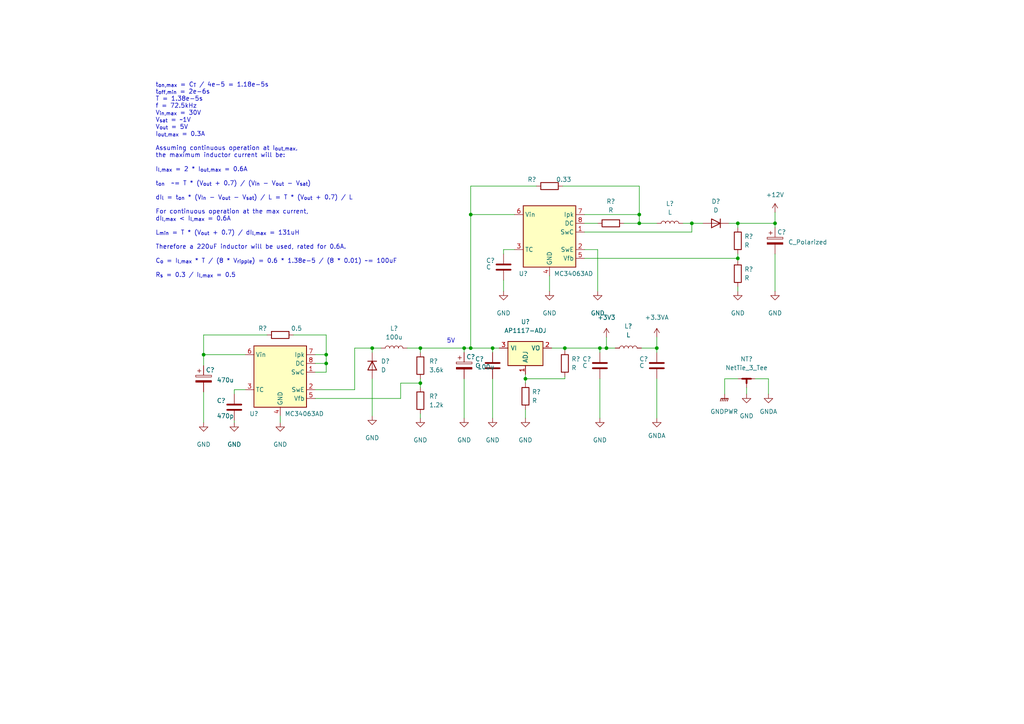
<source format=kicad_sch>
(kicad_sch (version 20211123) (generator eeschema)
  (paper "A4")
  (lib_symbols
    (symbol "Device:C" (pin_numbers hide) (pin_names (offset 0.254))
      (property "Reference" "C" (at 0.635 2.54 0))
      (property "Value" "C" (at 0.635 -2.54 0))
      (symbol "C_0_1"
        (polyline (pts (xy -2.032 -0.762) (xy 2.032 -0.762)) (stroke (width 0.508)))
        (polyline (pts (xy -2.032 0.762) (xy 2.032 0.762)) (stroke (width 0.508)))
      )
      (symbol "C_1_1"
        (pin passive line (at 0 3.81 270) (length 2.794) (name "~") (number "1"))
        (pin passive line (at 0 -3.81 90) (length 2.794) (name "~") (number "2"))
      )
    )
    (symbol "Device:C_Polarized" (pin_numbers hide) (pin_names (offset 0.254))
      (property "Reference" "C" (at 0.635 2.54 0))
      (property "Value" "C_Polarized" (at 0.635 -2.54 0))
      (symbol "C_Polarized_0_1"
        (rectangle (start -2.286 0.508) (end 2.286 1.016))
        (polyline (pts (xy -1.778 2.286) (xy -0.762 2.286)))
        (polyline (pts (xy -1.27 2.794) (xy -1.27 1.778)))
        (rectangle (start 2.286 -0.508) (end -2.286 -1.016) (fill (type outline)))
      )
      (symbol "C_Polarized_1_1"
        (pin passive line (at 0 3.81 270) (length 2.794) (name "~") (number "1"))
        (pin passive line (at 0 -3.81 90) (length 2.794) (name "~") (number "2"))
      )
    )
    (symbol "Device:D" (pin_numbers hide) (pin_names (offset 1.016) hide)
      (property "Reference" "D" (at 0 2.54 0))
      (property "Value" "D" (at 0 -2.54 0))
      (symbol "D_0_1"
        (polyline (pts (xy -1.27 1.27) (xy -1.27 -1.27)) (stroke (width 0.254)))
        (polyline (pts (xy 1.27 0) (xy -1.27 0)))
        (polyline (pts (xy 1.27 1.27) (xy 1.27 -1.27) (xy -1.27 0) (xy 1.27 1.27)) (stroke (width 0.254)))
      )
      (symbol "D_1_1"
        (pin passive line (at -3.81 0 0) (length 2.54) (name "K") (number "1"))
        (pin passive line (at 3.81 0 180) (length 2.54) (name "A") (number "2"))
      )
    )
    (symbol "Device:L" (pin_numbers hide) (pin_names (offset 1.016) hide)
      (property "Reference" "L" (at -1.27 0 90))
      (property "Value" "L" (at 1.905 0 90))
      (symbol "L_0_1"
        (arc (start 0 -2.54) (mid 0.635 -1.905) (end 0 -1.27))
        (arc (start 0 -1.27) (mid 0.635 -0.635) (end 0 0))
        (arc (start 0 0) (mid 0.635 0.635) (end 0 1.27))
        (arc (start 0 1.27) (mid 0.635 1.905) (end 0 2.54))
      )
      (symbol "L_1_1"
        (pin passive line (at 0 3.81 270) (length 1.27) (name "1") (number "1"))
        (pin passive line (at 0 -3.81 90) (length 1.27) (name "2") (number "2"))
      )
    )
    (symbol "Device:NetTie_3_Tee" (pin_numbers hide) (pin_names (offset 0) hide)
      (property "Reference" "NT" (at 0 3.175 0))
      (property "Value" "NetTie_3_Tee" (at 0 1.27 0))
      (symbol "NetTie_3_Tee_0_1"
        (polyline (pts (xy -1.27 0) (xy 1.27 0)) (stroke (width 0.254)))
        (polyline (pts (xy -1.27 0) (xy 1.27 0)) (stroke (width 0.508)))
        (polyline (pts (xy 0 -2.54) (xy 0 -2.54)) (stroke (width 0.254)))
        (polyline (pts (xy 0 -1.27) (xy 0 0)) (stroke (width 0.508)))
      )
      (symbol "NetTie_3_Tee_1_1"
        (pin passive line (at -2.54 0 0) (length 2.54) (name "1") (number "1"))
        (pin passive line (at 2.54 0 180) (length 2.54) (name "2") (number "2"))
        (pin passive line (at 0 -2.54 90) (length 2.54) (name "3") (number "3"))
      )
    )
    (symbol "Device:R" (pin_numbers hide) (pin_names (offset 0))
      (property "Reference" "R" (at 2.032 0 90))
      (property "Value" "R" (at 0 0 90))
      (symbol "R_0_1"
        (rectangle (start -1.016 -2.54) (end 1.016 2.54) (stroke (width 0.254)))
      )
      (symbol "R_1_1"
        (pin passive line (at 0 3.81 270) (length 1.27) (name "~") (number "1"))
        (pin passive line (at 0 -3.81 90) (length 1.27) (name "~") (number "2"))
      )
    )
    (symbol "Regulator_Linear:AP1117-ADJ" (pin_names (offset 0.762))
      (property "Reference" "U" (at -3.81 3.175 0))
      (property "Value" "AP1117-ADJ" (at 0 3.175 0))
      (symbol "AP1117-ADJ_0_1"
        (rectangle (start -5.08 -5.08) (end 5.08 1.905) (stroke (width 0.254)) (fill (type background)))
      )
      (symbol "AP1117-ADJ_1_1"
        (pin input line (at 0 -7.62 90) (length 2.54) (name "ADJ") (number "1"))
        (pin power_out line (at 7.62 0 180) (length 2.54) (name "VO") (number "2"))
        (pin power_in line (at -7.62 0 0) (length 2.54) (name "VI") (number "3"))
      )
    )
    (symbol "Regulator_Switching:MC34063AD"
      (property "Reference" "U" (at -7.62 8.89 0))
      (property "Value" "MC34063AD" (at 0 8.89 0))
      (symbol "MC34063AD_0_1"
        (rectangle (start -7.62 7.62) (end 7.62 -10.16) (stroke (width 0.254)) (fill (type background)))
      )
      (symbol "MC34063AD_1_1"
        (pin open_collector line (at 10.16 0 180) (length 2.54) (name "SwC") (number "1"))
        (pin open_emitter line (at 10.16 -5.08 180) (length 2.54) (name "SwE") (number "2"))
        (pin passive line (at -10.16 -5.08 0) (length 2.54) (name "TC") (number "3"))
        (pin power_in line (at 0 -12.7 90) (length 2.54) (name "GND") (number "4"))
        (pin input line (at 10.16 -7.62 180) (length 2.54) (name "Vfb") (number "5"))
        (pin power_in line (at -10.16 5.08 0) (length 2.54) (name "Vin") (number "6"))
        (pin input line (at 10.16 5.08 180) (length 2.54) (name "Ipk") (number "7"))
        (pin open_collector line (at 10.16 2.54 180) (length 2.54) (name "DC") (number "8"))
      )
    )
    (symbol "power:+12V" (power) (pin_names (offset 0))
      (property "Value" "+12V" (at 0 3.556 0))
      (symbol "+12V_0_1"
        (polyline (pts (xy -0.762 1.27) (xy 0 2.54)))
        (polyline (pts (xy 0 0) (xy 0 2.54)))
        (polyline (pts (xy 0 2.54) (xy 0.762 1.27)))
      )
      (symbol "+12V_1_1"
        (pin power_in line (at 0 0 90) (length 0) hide (name "+12V") (number "1"))
      )
    )
    (symbol "power:+3.3V" (power) (pin_names (offset 0))
      (property "Value" "+3.3V" (at 0 3.556 0))
      (symbol "+3.3V_0_1"
        (polyline (pts (xy -0.762 1.27) (xy 0 2.54)))
        (polyline (pts (xy 0 0) (xy 0 2.54)))
        (polyline (pts (xy 0 2.54) (xy 0.762 1.27)))
      )
      (symbol "+3.3V_1_1"
        (pin power_in line (at 0 0 90) (length 0) hide (name "+3V3") (number "1"))
      )
    )
    (symbol "power:+3.3VA" (power) (pin_names (offset 0))
      (property "Value" "+3.3VA" (at 0 3.556 0))
      (symbol "+3.3VA_0_1"
        (polyline (pts (xy -0.762 1.27) (xy 0 2.54)))
        (polyline (pts (xy 0 0) (xy 0 2.54)))
        (polyline (pts (xy 0 2.54) (xy 0.762 1.27)))
      )
      (symbol "+3.3VA_1_1"
        (pin power_in line (at 0 0 90) (length 0) hide (name "+3.3VA") (number "1"))
      )
    )
    (symbol "power:GND" (power) (pin_names (offset 0))
      (property "Value" "GND" (at 0 -3.81 0))
      (symbol "GND_0_1"
        (polyline (pts (xy 0 0) (xy 0 -1.27) (xy 1.27 -1.27) (xy 0 -2.54) (xy -1.27 -1.27) (xy 0 -1.27)))
      )
      (symbol "GND_1_1"
        (pin power_in line (at 0 0 270) (length 0) hide (name "GND") (number "1"))
      )
    )
    (symbol "power:GNDA" (power) (pin_names (offset 0))
      (property "Value" "GNDA" (at 0 -3.81 0))
      (symbol "GNDA_0_1"
        (polyline (pts (xy 0 0) (xy 0 -1.27) (xy 1.27 -1.27) (xy 0 -2.54) (xy -1.27 -1.27) (xy 0 -1.27)))
      )
      (symbol "GNDA_1_1"
        (pin power_in line (at 0 0 270) (length 0) hide (name "GNDA") (number "1"))
      )
    )
    (symbol "power:GNDPWR" (power) (pin_names (offset 0))
      (property "Value" "GNDPWR" (at 0 -3.302 0))
      (symbol "GNDPWR_0_1"
        (polyline (pts (xy 0 -1.27) (xy 0 0)))
        (polyline (pts (xy -1.016 -1.27) (xy -1.27 -2.032) (xy -1.27 -2.032)) (stroke (width 0.2032)))
        (polyline (pts (xy -0.508 -1.27) (xy -0.762 -2.032) (xy -0.762 -2.032)) (stroke (width 0.2032)))
        (polyline (pts (xy 0 -1.27) (xy -0.254 -2.032) (xy -0.254 -2.032)) (stroke (width 0.2032)))
        (polyline (pts (xy 0.508 -1.27) (xy 0.254 -2.032) (xy 0.254 -2.032)) (stroke (width 0.2032)))
        (polyline (pts (xy 1.016 -1.27) (xy -1.016 -1.27) (xy -1.016 -1.27)) (stroke (width 0.2032)))
        (polyline (pts (xy 1.016 -1.27) (xy 0.762 -2.032) (xy 0.762 -2.032) (xy 0.762 -2.032)) (stroke (width 0.2032)))
      )
      (symbol "GNDPWR_1_1"
        (pin power_in line (at 0 0 270) (length 0) hide (name "GNDPWR") (number "1"))
      )
    )
  )
  (junction (at 121.92 111.125))
  (junction (at 94.615 105.41))
  (junction (at 142.875 100.965))
  (junction (at 175.895 100.965))
  (junction (at 213.995 74.93))
  (junction (at 152.4 109.855))
  (junction (at 136.525 100.965))
  (junction (at 107.95 100.965))
  (junction (at 163.83 100.965))
  (junction (at 185.42 64.77))
  (junction (at 185.42 62.23))
  (junction (at 94.615 102.87))
  (junction (at 121.92 100.965))
  (junction (at 173.99 100.965))
  (junction (at 134.62 100.965))
  (junction (at 59.055 102.87))
  (junction (at 190.5 100.965))
  (junction (at 224.79 64.77))
  (junction (at 213.995 64.77))
  (junction (at 200.66 64.77))
  (junction (at 136.525 62.23))
  (wire (pts (xy 160.02 100.965) (xy 163.83 100.965)))
  (wire (pts (xy 163.83 109.855) (xy 152.4 109.855)))
  (wire (pts (xy 169.545 62.23) (xy 185.42 62.23)))
  (wire (pts (xy 116.205 111.125) (xy 121.92 111.125)))
  (wire (pts (xy 107.95 109.855) (xy 107.95 120.65)))
  (wire (pts (xy 71.12 102.87) (xy 59.055 102.87)))
  (wire (pts (xy 190.5 97.79) (xy 190.5 100.965)))
  (wire (pts (xy 210.185 109.855) (xy 210.185 114.3)))
  (wire (pts (xy 185.42 64.77) (xy 190.5 64.77)))
  (wire (pts (xy 102.87 100.965) (xy 107.95 100.965)))
  (wire (pts (xy 224.79 64.77) (xy 224.79 66.04)))
  (wire (pts (xy 169.545 74.93) (xy 213.995 74.93)))
  (wire (pts (xy 94.615 107.95) (xy 94.615 105.41)))
  (wire (pts (xy 146.05 73.66) (xy 146.05 72.39)))
  (wire (pts (xy 118.11 100.965) (xy 121.92 100.965)))
  (wire (pts (xy 163.195 53.975) (xy 185.42 53.975)))
  (wire (pts (xy 200.66 64.77) (xy 203.835 64.77)))
  (wire (pts (xy 134.62 102.235) (xy 134.62 100.965)))
  (wire (pts (xy 159.385 80.01) (xy 159.385 84.455)))
  (wire (pts (xy 169.545 64.77) (xy 173.355 64.77)))
  (wire (pts (xy 121.92 100.965) (xy 121.92 102.235)))
  (wire (pts (xy 85.09 97.155) (xy 94.615 97.155)))
  (wire (pts (xy 134.62 109.855) (xy 134.62 121.285)))
  (wire (pts (xy 136.525 62.23) (xy 136.525 100.965)))
  (wire (pts (xy 169.545 72.39) (xy 173.355 72.39)))
  (wire (pts (xy 173.99 100.965) (xy 175.895 100.965)))
  (wire (pts (xy 163.83 100.965) (xy 173.99 100.965)))
  (wire (pts (xy 200.66 67.31) (xy 169.545 67.31)))
  (wire (pts (xy 91.44 107.95) (xy 94.615 107.95)))
  (wire (pts (xy 107.95 100.965) (xy 110.49 100.965)))
  (wire (pts (xy 94.615 105.41) (xy 94.615 102.87)))
  (wire (pts (xy 116.205 115.57) (xy 116.205 111.125)))
  (wire (pts (xy 213.995 109.855) (xy 210.185 109.855)))
  (wire (pts (xy 211.455 64.77) (xy 213.995 64.77)))
  (wire (pts (xy 224.79 61.595) (xy 224.79 64.77)))
  (wire (pts (xy 152.4 108.585) (xy 152.4 109.855)))
  (wire (pts (xy 213.995 74.93) (xy 213.995 75.565)))
  (wire (pts (xy 175.895 100.965) (xy 178.435 100.965)))
  (wire (pts (xy 222.885 109.855) (xy 222.885 114.3)))
  (wire (pts (xy 155.575 53.975) (xy 136.525 53.975)))
  (wire (pts (xy 121.92 111.125) (xy 121.92 112.395)))
  (wire (pts (xy 59.055 97.155) (xy 77.47 97.155)))
  (wire (pts (xy 136.525 100.965) (xy 142.875 100.965)))
  (wire (pts (xy 152.4 118.745) (xy 152.4 121.285)))
  (wire (pts (xy 163.83 100.965) (xy 163.83 101.6)))
  (wire (pts (xy 121.92 109.855) (xy 121.92 111.125)))
  (wire (pts (xy 146.05 72.39) (xy 149.225 72.39)))
  (wire (pts (xy 185.42 64.77) (xy 185.42 62.23)))
  (wire (pts (xy 185.42 53.975) (xy 185.42 62.23)))
  (wire (pts (xy 134.62 100.965) (xy 136.525 100.965)))
  (wire (pts (xy 213.995 64.77) (xy 224.79 64.77)))
  (wire (pts (xy 107.95 100.965) (xy 107.95 102.235)))
  (wire (pts (xy 81.28 120.65) (xy 81.28 122.555)))
  (wire (pts (xy 173.99 100.965) (xy 173.99 102.235)))
  (wire (pts (xy 59.055 113.665) (xy 59.055 122.555)))
  (wire (pts (xy 173.355 72.39) (xy 173.355 84.455)))
  (wire (pts (xy 190.5 109.855) (xy 190.5 121.285)))
  (wire (pts (xy 94.615 102.87) (xy 91.44 102.87)))
  (wire (pts (xy 121.92 120.015) (xy 121.92 121.285)))
  (wire (pts (xy 213.995 64.77) (xy 213.995 66.04)))
  (wire (pts (xy 216.535 112.395) (xy 216.535 114.3)))
  (wire (pts (xy 224.79 73.66) (xy 224.79 84.455)))
  (wire (pts (xy 102.87 113.03) (xy 102.87 100.965)))
  (wire (pts (xy 152.4 109.855) (xy 152.4 111.125)))
  (wire (pts (xy 175.895 97.79) (xy 175.895 100.965)))
  (wire (pts (xy 198.12 64.77) (xy 200.66 64.77)))
  (wire (pts (xy 136.525 62.23) (xy 149.225 62.23)))
  (wire (pts (xy 91.44 105.41) (xy 94.615 105.41)))
  (wire (pts (xy 136.525 53.975) (xy 136.525 62.23)))
  (wire (pts (xy 190.5 100.965) (xy 190.5 102.235)))
  (wire (pts (xy 59.055 102.87) (xy 59.055 97.155)))
  (wire (pts (xy 163.83 109.22) (xy 163.83 109.855)))
  (wire (pts (xy 180.975 64.77) (xy 185.42 64.77)))
  (wire (pts (xy 142.875 109.855) (xy 142.875 121.285)))
  (wire (pts (xy 186.055 100.965) (xy 190.5 100.965)))
  (wire (pts (xy 91.44 113.03) (xy 102.87 113.03)))
  (wire (pts (xy 91.44 115.57) (xy 116.205 115.57)))
  (wire (pts (xy 67.945 113.03) (xy 71.12 113.03)))
  (wire (pts (xy 67.945 114.3) (xy 67.945 113.03)))
  (wire (pts (xy 142.875 100.965) (xy 144.78 100.965)))
  (wire (pts (xy 200.66 64.77) (xy 200.66 67.31)))
  (wire (pts (xy 219.075 109.855) (xy 222.885 109.855)))
  (wire (pts (xy 67.945 121.92) (xy 67.945 122.555)))
  (wire (pts (xy 173.99 109.855) (xy 173.99 121.285)))
  (wire (pts (xy 213.995 83.185) (xy 213.995 84.455)))
  (wire (pts (xy 213.995 73.66) (xy 213.995 74.93)))
  (wire (pts (xy 142.875 100.965) (xy 142.875 102.235)))
  (wire (pts (xy 134.62 100.965) (xy 121.92 100.965)))
  (wire (pts (xy 59.055 102.87) (xy 59.055 106.045)))
  (wire (pts (xy 146.05 81.28) (xy 146.05 84.455)))
  (wire (pts (xy 94.615 97.155) (xy 94.615 102.87)))
  (text "5V" (at 129.54 99.695 0) (effects (font (size 1.27 1.27)) (justify left bottom)))
  (text "t_{on,max} = C_{T} / 4e-5 = 1.18e-5s\nt_{off,min} = 2e-6s\nT = 1.38e-5s\nf = 72.5kHz\nV_{in,max} = 30V\nV_{sat} = ~1V\nV_{out} = 5V\nI_{out,max} = 0.3A\n\nAssuming continuous operation at I_{out,max},\nthe maximum inductor current will be:\n\nI_{l,max} = 2 * I_{out,max} = 0.6A\n\nt_{on}  ~= T * (V_{out} + 0.7) / (V_{in} - V_{out} - V_{sat})\n\ndI_{l} = t_{on} * (V_{in} - V_{out} - V_{sat}) / L = T * (V_{out} + 0.7) / L\n\nFor continuous operation at the max current,\ndI_{l,max} < I_{l,max} = 0.6A\n\nL_{min} = T * (V_{out} + 0.7) / dI_{l,max} = 131uH\n\nTherefore a 220uF inductor will be used, rated for 0.6A.\n\nC_{o} = I_{l,max} * T / (8 * V_{ripple}) = 0.6 * 1.38e-5 / (8 * 0.01) ~= 100uF\n\nR_{s} = 0.3 / I_{l,max} = 0.5" (at 45.085 80.645 0) (effects (font (size 1.27 1.27)) (justify left bottom)))
  (symbol (lib_id "power:GNDA") (at 222.885 114.3 0) (unit 1)
    (property "Reference" "#PWR?" (effects hide))
    (property "Value" "GNDA" (at 222.885 119.38 0))
  )
  (symbol (lib_id "Device:L") (at 114.3 100.965 90) (unit 1)
    (property "Reference" "L?" (at 114.3 95.25 90))
    (property "Value" "100u" (at 114.3 97.79 90))
  )
  (symbol (lib_id "Device:D") (at 107.95 106.045 270) (unit 1)
    (property "Reference" "D?" (at 110.49 104.7749 90) (effects (justify left)))
    (property "Value" "D" (at 110.49 107.3149 90) (effects (justify left)))
  )
  (symbol (lib_id "Device:L") (at 182.245 100.965 90) (unit 1)
    (property "Reference" "L?" (at 182.245 94.615 90))
    (property "Value" "L" (at 182.245 97.155 90))
  )
  (symbol (lib_id "power:GND") (at 67.945 122.555 0) (unit 1)
    (property "Reference" "#PWR?" (effects hide))
    (property "Value" "GND" (at 67.945 128.905 0))
  )
  (symbol (lib_id "Device:C_Polarized") (at 59.055 109.855 0) (unit 1)
    (property "Reference" "C?" (at 59.69 107.315 0) (effects (justify left)))
    (property "Value" "470u" (at 62.865 110.2359 0) (effects (justify left)))
  )
  (symbol (lib_id "Device:R") (at 81.28 97.155 90) (unit 1)
    (property "Reference" "R?" (at 77.47 95.25 90) (effects (justify left)))
    (property "Value" "0.5" (at 87.63 95.25 90) (effects (justify left)))
  )
  (symbol (lib_id "Device:C") (at 67.945 118.11 0) (unit 1)
    (property "Reference" "C?" (at 62.865 116.205 0) (effects (justify left)))
    (property "Value" "470p" (at 62.865 120.65 0) (effects (justify left)))
  )
  (symbol (lib_id "Device:D") (at 207.645 64.77 180) (unit 1)
    (property "Reference" "D?" (at 207.645 58.42 0))
    (property "Value" "D" (at 207.645 60.96 0))
  )
  (symbol (lib_id "power:GNDA") (at 190.5 121.285 0) (unit 1)
    (property "Reference" "#PWR?" (effects hide))
    (property "Value" "GNDA" (at 190.5 126.365 0))
  )
  (symbol (lib_id "power:GND") (at 224.79 84.455 0) (unit 1)
    (property "Reference" "#PWR?" (effects hide))
    (property "Value" "GND" (at 224.79 90.805 0))
  )
  (symbol (lib_id "power:+3.3VA") (at 190.5 97.79 0) (unit 1)
    (property "Reference" "#PWR?" (effects hide))
    (property "Value" "+3.3VA" (at 190.5 92.075 0))
  )
  (symbol (lib_id "Device:C") (at 173.99 106.045 0) (unit 1)
    (property "Reference" "C?" (at 168.91 104.14 0) (effects (justify left)))
    (property "Value" "C" (at 168.91 106.045 0) (effects (justify left)))
  )
  (symbol (lib_id "Regulator_Switching:MC34063AD") (at 159.385 67.31 0) (unit 1)
    (property "Reference" "U?" (at 151.765 79.375 0))
    (property "Value" "MC34063AD" (at 166.37 79.375 0))
    (property "Footprint" "Package_SO:SOIC-8_3.9x4.9mm_P1.27mm" (effects hide))
    (property "Datasheet" "http://www.onsemi.com/pub_link/Collateral/MC34063A-D.PDF" (effects hide))
  )
  (symbol (lib_id "Device:R") (at 159.385 53.975 90) (unit 1)
    (property "Reference" "R?" (at 155.575 52.07 90) (effects (justify left)))
    (property "Value" "0.33" (at 165.735 52.07 90) (effects (justify left)))
  )
  (symbol (lib_id "Device:C") (at 190.5 106.045 0) (unit 1)
    (property "Reference" "C?" (at 185.42 104.14 0) (effects (justify left)))
    (property "Value" "C" (at 185.42 106.045 0) (effects (justify left)))
  )
  (symbol (lib_id "Device:R") (at 213.995 69.85 0) (unit 1)
    (property "Reference" "R?" (at 215.9 68.5799 0) (effects (justify left)))
    (property "Value" "R" (at 215.9 71.1199 0) (effects (justify left)))
  )
  (symbol (lib_id "Regulator_Linear:AP1117-ADJ") (at 152.4 100.965 0) (unit 1)
    (property "Reference" "U?" (at 152.4 93.345 0))
    (property "Value" "AP1117-ADJ" (at 152.4 95.885 0))
    (property "Footprint" "Package_TO_SOT_SMD:SOT-223-3_TabPin2" (effects hide))
    (property "Datasheet" "http://www.diodes.com/datasheets/AP1117.pdf" (effects hide))
  )
  (symbol (lib_id "Device:C_Polarized") (at 224.79 69.85 0) (unit 1)
    (property "Reference" "C?" (at 225.425 67.31 0) (effects (justify left)))
    (property "Value" "C_Polarized" (at 228.6 70.2309 0) (effects (justify left)))
  )
  (symbol (lib_id "Device:C") (at 142.875 106.045 0) (unit 1)
    (property "Reference" "C?" (at 137.795 104.14 0) (effects (justify left)))
    (property "Value" "C" (at 137.795 106.045 0) (effects (justify left)))
  )
  (symbol (lib_id "Device:R") (at 121.92 116.205 0) (unit 1)
    (property "Reference" "R?" (at 124.46 114.9349 0) (effects (justify left)))
    (property "Value" "1.2k" (at 124.46 117.4749 0) (effects (justify left)))
  )
  (symbol (lib_id "Device:C") (at 146.05 77.47 0) (unit 1)
    (property "Reference" "C?" (at 140.97 75.565 0) (effects (justify left)))
    (property "Value" "C" (at 140.97 77.47 0) (effects (justify left)))
  )
  (symbol (lib_id "power:GND") (at 173.99 121.285 0) (unit 1)
    (property "Reference" "#PWR?" (effects hide))
    (property "Value" "GND" (at 173.99 127.635 0))
  )
  (symbol (lib_id "Regulator_Switching:MC34063AD") (at 81.28 107.95 0) (unit 1)
    (property "Reference" "U?" (at 73.66 120.015 0))
    (property "Value" "MC34063AD" (at 88.265 120.015 0))
    (property "Footprint" "Package_SO:SOIC-8_3.9x4.9mm_P1.27mm" (effects hide))
    (property "Datasheet" "http://www.onsemi.com/pub_link/Collateral/MC34063A-D.PDF" (effects hide))
  )
  (symbol (lib_id "Device:R") (at 152.4 114.935 0) (unit 1)
    (property "Reference" "R?" (at 154.305 113.6649 0) (effects (justify left)))
    (property "Value" "R" (at 154.305 116.2049 0) (effects (justify left)))
  )
  (symbol (lib_id "power:+12V") (at 224.79 61.595 0) (unit 1)
    (property "Reference" "#PWR?" (effects hide))
    (property "Value" "+12V" (at 224.79 56.515 0))
  )
  (symbol (lib_id "power:GND") (at 159.385 84.455 0) (unit 1)
    (property "Reference" "#PWR?" (effects hide))
    (property "Value" "GND" (at 159.385 90.805 0))
  )
  (symbol (lib_id "power:GND") (at 134.62 121.285 0) (unit 1)
    (property "Reference" "#PWR?" (effects hide))
    (property "Value" "GND" (at 134.62 127.635 0))
  )
  (symbol (lib_id "Device:R") (at 121.92 106.045 0) (unit 1)
    (property "Reference" "R?" (at 124.46 104.7749 0) (effects (justify left)))
    (property "Value" "3.6k" (at 124.46 107.3149 0) (effects (justify left)))
  )
  (symbol (lib_id "power:GND") (at 146.05 84.455 0) (unit 1)
    (property "Reference" "#PWR?" (effects hide))
    (property "Value" "GND" (at 146.05 90.805 0))
  )
  (symbol (lib_id "power:GND") (at 216.535 114.3 0) (unit 1)
    (property "Reference" "#PWR?" (effects hide))
    (property "Value" "GND" (at 216.535 120.65 0))
  )
  (symbol (lib_id "power:GND") (at 152.4 121.285 0) (unit 1)
    (property "Reference" "#PWR?" (effects hide))
    (property "Value" "GND" (at 152.4 127.635 0))
  )
  (symbol (lib_id "power:GND") (at 59.055 122.555 0) (unit 1)
    (property "Reference" "#PWR?" (effects hide))
    (property "Value" "GND" (at 59.055 128.905 0))
  )
  (symbol (lib_id "Device:R") (at 177.165 64.77 90) (unit 1)
    (property "Reference" "R?" (at 177.165 58.42 90))
    (property "Value" "R" (at 177.165 60.96 90))
  )
  (symbol (lib_id "power:GND") (at 121.92 121.285 0) (unit 1)
    (property "Reference" "#PWR?" (effects hide))
    (property "Value" "GND" (at 121.92 127.635 0))
  )
  (symbol (lib_id "Device:C_Polarized") (at 134.62 106.045 0) (unit 1)
    (property "Reference" "C?" (at 135.255 103.505 0) (effects (justify left)))
    (property "Value" "100u" (at 138.43 106.4259 0) (effects (justify left)))
  )
  (symbol (lib_id "power:GND") (at 213.995 84.455 0) (unit 1)
    (property "Reference" "#PWR?" (effects hide))
    (property "Value" "GND" (at 213.995 90.805 0))
  )
  (symbol (lib_id "Device:L") (at 194.31 64.77 90) (unit 1)
    (property "Reference" "L?" (at 194.31 59.055 90))
    (property "Value" "L" (at 194.31 61.595 90))
  )
  (symbol (lib_id "power:GND") (at 142.875 121.285 0) (unit 1)
    (property "Reference" "#PWR?" (effects hide))
    (property "Value" "GND" (at 142.875 127.635 0))
  )
  (symbol (lib_id "power:GND") (at 107.95 120.65 0) (unit 1)
    (property "Reference" "#PWR?" (effects hide))
    (property "Value" "GND" (at 107.95 127 0))
  )
  (symbol (lib_id "power:GNDPWR") (at 210.185 114.3 0) (unit 1)
    (property "Reference" "#PWR?" (effects hide))
    (property "Value" "GNDPWR" (at 210.058 119.38 0))
  )
  (symbol (lib_id "Device:R") (at 213.995 79.375 0) (unit 1)
    (property "Reference" "R?" (at 215.9 78.1049 0) (effects (justify left)))
    (property "Value" "R" (at 215.9 80.6449 0) (effects (justify left)))
  )
  (symbol (lib_id "power:+3.3V") (at 175.895 97.79 0) (unit 1)
    (property "Reference" "#PWR?" (effects hide))
    (property "Value" "+3.3V" (at 175.895 92.075 0))
  )
  (symbol (lib_id "power:GND") (at 81.28 122.555 0) (unit 1)
    (property "Reference" "#PWR?" (effects hide))
    (property "Value" "GND" (at 81.28 128.905 0))
  )
  (symbol (lib_id "Device:R") (at 163.83 105.41 0) (unit 1)
    (property "Reference" "R?" (at 165.735 104.1399 0) (effects (justify left)))
    (property "Value" "R" (at 165.735 106.6799 0) (effects (justify left)))
  )
  (symbol (lib_id "Device:NetTie_3_Tee") (at 216.535 109.855 0) (unit 1)
    (property "Reference" "NT?" (at 216.535 104.14 0))
    (property "Value" "NetTie_3_Tee" (at 216.535 106.68 0))
  )
  (symbol (lib_id "power:GND") (at 173.355 84.455 0) (unit 1)
    (property "Reference" "#PWR?" (effects hide))
    (property "Value" "GND" (at 173.355 90.805 0))
  )
)
</source>
